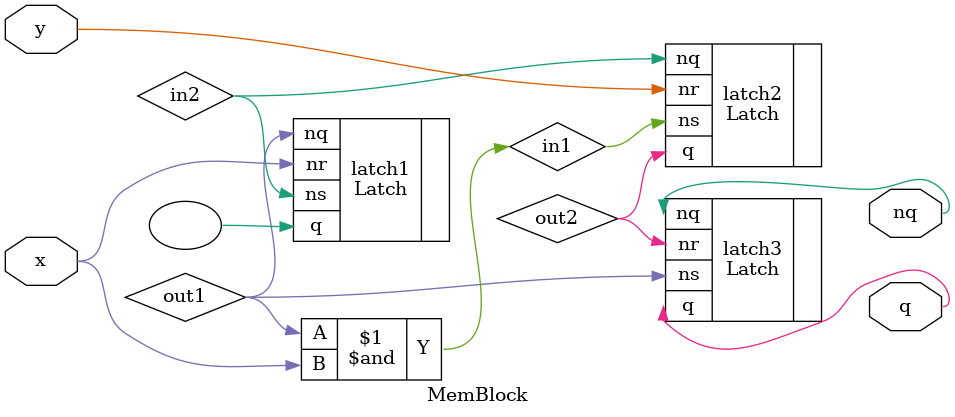
<source format=v>
`include "Latch_structural.v"

module MemBlock(
  input x,
  input y,
  output q,
  output nq
);

  // INSERT LOGIC HERE

  // Declare additional wires
  wire out1, out2;
  wire in1, in2;

  // Instantiate three Latch module instances

  // Top
  Latch latch1(.ns(in2), .nr(x), .q(), .nq(out1));

  // Split three-input NAND since Latch uses two-input NAND
  assign in1 = out1 & x;

  // Bottom
  Latch latch2(.ns(in1), .nr(y), .q(out2), .nq(in2));

  // Final
  Latch latch3(.ns(out1), .nr(out2), .q(q), .nq(nq));

endmodule

</source>
